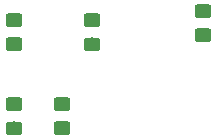
<source format=gbp>
G04 #@! TF.GenerationSoftware,KiCad,Pcbnew,5.0.1*
G04 #@! TF.CreationDate,2018-11-02T19:05:43-05:00*
G04 #@! TF.ProjectId,RDP-Environmental,5244502D456E7669726F6E6D656E7461,01*
G04 #@! TF.SameCoordinates,Original*
G04 #@! TF.FileFunction,Paste,Bot*
G04 #@! TF.FilePolarity,Positive*
%FSLAX46Y46*%
G04 Gerber Fmt 4.6, Leading zero omitted, Abs format (unit mm)*
G04 Created by KiCad (PCBNEW 5.0.1) date Fri 02 Nov 2018 07:05:43 PM CDT*
%MOMM*%
%LPD*%
G01*
G04 APERTURE LIST*
%ADD10C,0.100000*%
%ADD11C,1.150000*%
G04 APERTURE END LIST*
D10*
G04 #@! TO.C,R1*
G36*
X69562505Y-30151204D02*
X69586773Y-30154804D01*
X69610572Y-30160765D01*
X69633671Y-30169030D01*
X69655850Y-30179520D01*
X69676893Y-30192132D01*
X69696599Y-30206747D01*
X69714777Y-30223223D01*
X69731253Y-30241401D01*
X69745868Y-30261107D01*
X69758480Y-30282150D01*
X69768970Y-30304329D01*
X69777235Y-30327428D01*
X69783196Y-30351227D01*
X69786796Y-30375495D01*
X69788000Y-30399999D01*
X69788000Y-31050001D01*
X69786796Y-31074505D01*
X69783196Y-31098773D01*
X69777235Y-31122572D01*
X69768970Y-31145671D01*
X69758480Y-31167850D01*
X69745868Y-31188893D01*
X69731253Y-31208599D01*
X69714777Y-31226777D01*
X69696599Y-31243253D01*
X69676893Y-31257868D01*
X69655850Y-31270480D01*
X69633671Y-31280970D01*
X69610572Y-31289235D01*
X69586773Y-31295196D01*
X69562505Y-31298796D01*
X69538001Y-31300000D01*
X68637999Y-31300000D01*
X68613495Y-31298796D01*
X68589227Y-31295196D01*
X68565428Y-31289235D01*
X68542329Y-31280970D01*
X68520150Y-31270480D01*
X68499107Y-31257868D01*
X68479401Y-31243253D01*
X68461223Y-31226777D01*
X68444747Y-31208599D01*
X68430132Y-31188893D01*
X68417520Y-31167850D01*
X68407030Y-31145671D01*
X68398765Y-31122572D01*
X68392804Y-31098773D01*
X68389204Y-31074505D01*
X68388000Y-31050001D01*
X68388000Y-30399999D01*
X68389204Y-30375495D01*
X68392804Y-30351227D01*
X68398765Y-30327428D01*
X68407030Y-30304329D01*
X68417520Y-30282150D01*
X68430132Y-30261107D01*
X68444747Y-30241401D01*
X68461223Y-30223223D01*
X68479401Y-30206747D01*
X68499107Y-30192132D01*
X68520150Y-30179520D01*
X68542329Y-30169030D01*
X68565428Y-30160765D01*
X68589227Y-30154804D01*
X68613495Y-30151204D01*
X68637999Y-30150000D01*
X69538001Y-30150000D01*
X69562505Y-30151204D01*
X69562505Y-30151204D01*
G37*
D11*
X69088000Y-30725000D03*
D10*
G36*
X69562505Y-32201204D02*
X69586773Y-32204804D01*
X69610572Y-32210765D01*
X69633671Y-32219030D01*
X69655850Y-32229520D01*
X69676893Y-32242132D01*
X69696599Y-32256747D01*
X69714777Y-32273223D01*
X69731253Y-32291401D01*
X69745868Y-32311107D01*
X69758480Y-32332150D01*
X69768970Y-32354329D01*
X69777235Y-32377428D01*
X69783196Y-32401227D01*
X69786796Y-32425495D01*
X69788000Y-32449999D01*
X69788000Y-33100001D01*
X69786796Y-33124505D01*
X69783196Y-33148773D01*
X69777235Y-33172572D01*
X69768970Y-33195671D01*
X69758480Y-33217850D01*
X69745868Y-33238893D01*
X69731253Y-33258599D01*
X69714777Y-33276777D01*
X69696599Y-33293253D01*
X69676893Y-33307868D01*
X69655850Y-33320480D01*
X69633671Y-33330970D01*
X69610572Y-33339235D01*
X69586773Y-33345196D01*
X69562505Y-33348796D01*
X69538001Y-33350000D01*
X68637999Y-33350000D01*
X68613495Y-33348796D01*
X68589227Y-33345196D01*
X68565428Y-33339235D01*
X68542329Y-33330970D01*
X68520150Y-33320480D01*
X68499107Y-33307868D01*
X68479401Y-33293253D01*
X68461223Y-33276777D01*
X68444747Y-33258599D01*
X68430132Y-33238893D01*
X68417520Y-33217850D01*
X68407030Y-33195671D01*
X68398765Y-33172572D01*
X68392804Y-33148773D01*
X68389204Y-33124505D01*
X68388000Y-33100001D01*
X68388000Y-32449999D01*
X68389204Y-32425495D01*
X68392804Y-32401227D01*
X68398765Y-32377428D01*
X68407030Y-32354329D01*
X68417520Y-32332150D01*
X68430132Y-32311107D01*
X68444747Y-32291401D01*
X68461223Y-32273223D01*
X68479401Y-32256747D01*
X68499107Y-32242132D01*
X68520150Y-32229520D01*
X68542329Y-32219030D01*
X68565428Y-32210765D01*
X68589227Y-32204804D01*
X68613495Y-32201204D01*
X68637999Y-32200000D01*
X69538001Y-32200000D01*
X69562505Y-32201204D01*
X69562505Y-32201204D01*
G37*
D11*
X69088000Y-32775000D03*
G04 #@! TD*
D10*
G04 #@! TO.C,R2*
G36*
X76166505Y-32210204D02*
X76190773Y-32213804D01*
X76214572Y-32219765D01*
X76237671Y-32228030D01*
X76259850Y-32238520D01*
X76280893Y-32251132D01*
X76300599Y-32265747D01*
X76318777Y-32282223D01*
X76335253Y-32300401D01*
X76349868Y-32320107D01*
X76362480Y-32341150D01*
X76372970Y-32363329D01*
X76381235Y-32386428D01*
X76387196Y-32410227D01*
X76390796Y-32434495D01*
X76392000Y-32458999D01*
X76392000Y-33109001D01*
X76390796Y-33133505D01*
X76387196Y-33157773D01*
X76381235Y-33181572D01*
X76372970Y-33204671D01*
X76362480Y-33226850D01*
X76349868Y-33247893D01*
X76335253Y-33267599D01*
X76318777Y-33285777D01*
X76300599Y-33302253D01*
X76280893Y-33316868D01*
X76259850Y-33329480D01*
X76237671Y-33339970D01*
X76214572Y-33348235D01*
X76190773Y-33354196D01*
X76166505Y-33357796D01*
X76142001Y-33359000D01*
X75241999Y-33359000D01*
X75217495Y-33357796D01*
X75193227Y-33354196D01*
X75169428Y-33348235D01*
X75146329Y-33339970D01*
X75124150Y-33329480D01*
X75103107Y-33316868D01*
X75083401Y-33302253D01*
X75065223Y-33285777D01*
X75048747Y-33267599D01*
X75034132Y-33247893D01*
X75021520Y-33226850D01*
X75011030Y-33204671D01*
X75002765Y-33181572D01*
X74996804Y-33157773D01*
X74993204Y-33133505D01*
X74992000Y-33109001D01*
X74992000Y-32458999D01*
X74993204Y-32434495D01*
X74996804Y-32410227D01*
X75002765Y-32386428D01*
X75011030Y-32363329D01*
X75021520Y-32341150D01*
X75034132Y-32320107D01*
X75048747Y-32300401D01*
X75065223Y-32282223D01*
X75083401Y-32265747D01*
X75103107Y-32251132D01*
X75124150Y-32238520D01*
X75146329Y-32228030D01*
X75169428Y-32219765D01*
X75193227Y-32213804D01*
X75217495Y-32210204D01*
X75241999Y-32209000D01*
X76142001Y-32209000D01*
X76166505Y-32210204D01*
X76166505Y-32210204D01*
G37*
D11*
X75692000Y-32784000D03*
D10*
G36*
X76166910Y-30160202D02*
X76191135Y-30163795D01*
X76214891Y-30169746D01*
X76237949Y-30177996D01*
X76260087Y-30188467D01*
X76281093Y-30201057D01*
X76300763Y-30215645D01*
X76318908Y-30232092D01*
X76335355Y-30250237D01*
X76349943Y-30269907D01*
X76362533Y-30290913D01*
X76373004Y-30313051D01*
X76381254Y-30336109D01*
X76387205Y-30359865D01*
X76390798Y-30384090D01*
X76392000Y-30408550D01*
X76392000Y-31059450D01*
X76390798Y-31083910D01*
X76387205Y-31108135D01*
X76381254Y-31131891D01*
X76373004Y-31154949D01*
X76362533Y-31177087D01*
X76349943Y-31198093D01*
X76335355Y-31217763D01*
X76318908Y-31235908D01*
X76300763Y-31252355D01*
X76281093Y-31266943D01*
X76260087Y-31279533D01*
X76237949Y-31290004D01*
X76214891Y-31298254D01*
X76191135Y-31304205D01*
X76166910Y-31307798D01*
X76142450Y-31309000D01*
X75241550Y-31309000D01*
X75217090Y-31307798D01*
X75192865Y-31304205D01*
X75169109Y-31298254D01*
X75146051Y-31290004D01*
X75123913Y-31279533D01*
X75102907Y-31266943D01*
X75083237Y-31252355D01*
X75065092Y-31235908D01*
X75048645Y-31217763D01*
X75034057Y-31198093D01*
X75021467Y-31177087D01*
X75010996Y-31154949D01*
X75002746Y-31131891D01*
X74996795Y-31108135D01*
X74993202Y-31083910D01*
X74992000Y-31059450D01*
X74992000Y-30408550D01*
X74993202Y-30384090D01*
X74996795Y-30359865D01*
X75002746Y-30336109D01*
X75010996Y-30313051D01*
X75021467Y-30290913D01*
X75034057Y-30269907D01*
X75048645Y-30250237D01*
X75065092Y-30232092D01*
X75083237Y-30215645D01*
X75102907Y-30201057D01*
X75123913Y-30188467D01*
X75146051Y-30177996D01*
X75169109Y-30169746D01*
X75192865Y-30163795D01*
X75217090Y-30160202D01*
X75241550Y-30159000D01*
X76142450Y-30159000D01*
X76166910Y-30160202D01*
X76166910Y-30160202D01*
G37*
D11*
X75692000Y-30734000D03*
G04 #@! TD*
D10*
G04 #@! TO.C,R3*
G36*
X69562505Y-37272204D02*
X69586773Y-37275804D01*
X69610572Y-37281765D01*
X69633671Y-37290030D01*
X69655850Y-37300520D01*
X69676893Y-37313132D01*
X69696599Y-37327747D01*
X69714777Y-37344223D01*
X69731253Y-37362401D01*
X69745868Y-37382107D01*
X69758480Y-37403150D01*
X69768970Y-37425329D01*
X69777235Y-37448428D01*
X69783196Y-37472227D01*
X69786796Y-37496495D01*
X69788000Y-37520999D01*
X69788000Y-38171001D01*
X69786796Y-38195505D01*
X69783196Y-38219773D01*
X69777235Y-38243572D01*
X69768970Y-38266671D01*
X69758480Y-38288850D01*
X69745868Y-38309893D01*
X69731253Y-38329599D01*
X69714777Y-38347777D01*
X69696599Y-38364253D01*
X69676893Y-38378868D01*
X69655850Y-38391480D01*
X69633671Y-38401970D01*
X69610572Y-38410235D01*
X69586773Y-38416196D01*
X69562505Y-38419796D01*
X69538001Y-38421000D01*
X68637999Y-38421000D01*
X68613495Y-38419796D01*
X68589227Y-38416196D01*
X68565428Y-38410235D01*
X68542329Y-38401970D01*
X68520150Y-38391480D01*
X68499107Y-38378868D01*
X68479401Y-38364253D01*
X68461223Y-38347777D01*
X68444747Y-38329599D01*
X68430132Y-38309893D01*
X68417520Y-38288850D01*
X68407030Y-38266671D01*
X68398765Y-38243572D01*
X68392804Y-38219773D01*
X68389204Y-38195505D01*
X68388000Y-38171001D01*
X68388000Y-37520999D01*
X68389204Y-37496495D01*
X68392804Y-37472227D01*
X68398765Y-37448428D01*
X68407030Y-37425329D01*
X68417520Y-37403150D01*
X68430132Y-37382107D01*
X68444747Y-37362401D01*
X68461223Y-37344223D01*
X68479401Y-37327747D01*
X68499107Y-37313132D01*
X68520150Y-37300520D01*
X68542329Y-37290030D01*
X68565428Y-37281765D01*
X68589227Y-37275804D01*
X68613495Y-37272204D01*
X68637999Y-37271000D01*
X69538001Y-37271000D01*
X69562505Y-37272204D01*
X69562505Y-37272204D01*
G37*
D11*
X69088000Y-37846000D03*
D10*
G36*
X69562505Y-39322204D02*
X69586773Y-39325804D01*
X69610572Y-39331765D01*
X69633671Y-39340030D01*
X69655850Y-39350520D01*
X69676893Y-39363132D01*
X69696599Y-39377747D01*
X69714777Y-39394223D01*
X69731253Y-39412401D01*
X69745868Y-39432107D01*
X69758480Y-39453150D01*
X69768970Y-39475329D01*
X69777235Y-39498428D01*
X69783196Y-39522227D01*
X69786796Y-39546495D01*
X69788000Y-39570999D01*
X69788000Y-40221001D01*
X69786796Y-40245505D01*
X69783196Y-40269773D01*
X69777235Y-40293572D01*
X69768970Y-40316671D01*
X69758480Y-40338850D01*
X69745868Y-40359893D01*
X69731253Y-40379599D01*
X69714777Y-40397777D01*
X69696599Y-40414253D01*
X69676893Y-40428868D01*
X69655850Y-40441480D01*
X69633671Y-40451970D01*
X69610572Y-40460235D01*
X69586773Y-40466196D01*
X69562505Y-40469796D01*
X69538001Y-40471000D01*
X68637999Y-40471000D01*
X68613495Y-40469796D01*
X68589227Y-40466196D01*
X68565428Y-40460235D01*
X68542329Y-40451970D01*
X68520150Y-40441480D01*
X68499107Y-40428868D01*
X68479401Y-40414253D01*
X68461223Y-40397777D01*
X68444747Y-40379599D01*
X68430132Y-40359893D01*
X68417520Y-40338850D01*
X68407030Y-40316671D01*
X68398765Y-40293572D01*
X68392804Y-40269773D01*
X68389204Y-40245505D01*
X68388000Y-40221001D01*
X68388000Y-39570999D01*
X68389204Y-39546495D01*
X68392804Y-39522227D01*
X68398765Y-39498428D01*
X68407030Y-39475329D01*
X68417520Y-39453150D01*
X68430132Y-39432107D01*
X68444747Y-39412401D01*
X68461223Y-39394223D01*
X68479401Y-39377747D01*
X68499107Y-39363132D01*
X68520150Y-39350520D01*
X68542329Y-39340030D01*
X68565428Y-39331765D01*
X68589227Y-39325804D01*
X68613495Y-39322204D01*
X68637999Y-39321000D01*
X69538001Y-39321000D01*
X69562505Y-39322204D01*
X69562505Y-39322204D01*
G37*
D11*
X69088000Y-39896000D03*
G04 #@! TD*
D10*
G04 #@! TO.C,R4*
G36*
X73626505Y-39313204D02*
X73650773Y-39316804D01*
X73674572Y-39322765D01*
X73697671Y-39331030D01*
X73719850Y-39341520D01*
X73740893Y-39354132D01*
X73760599Y-39368747D01*
X73778777Y-39385223D01*
X73795253Y-39403401D01*
X73809868Y-39423107D01*
X73822480Y-39444150D01*
X73832970Y-39466329D01*
X73841235Y-39489428D01*
X73847196Y-39513227D01*
X73850796Y-39537495D01*
X73852000Y-39561999D01*
X73852000Y-40212001D01*
X73850796Y-40236505D01*
X73847196Y-40260773D01*
X73841235Y-40284572D01*
X73832970Y-40307671D01*
X73822480Y-40329850D01*
X73809868Y-40350893D01*
X73795253Y-40370599D01*
X73778777Y-40388777D01*
X73760599Y-40405253D01*
X73740893Y-40419868D01*
X73719850Y-40432480D01*
X73697671Y-40442970D01*
X73674572Y-40451235D01*
X73650773Y-40457196D01*
X73626505Y-40460796D01*
X73602001Y-40462000D01*
X72701999Y-40462000D01*
X72677495Y-40460796D01*
X72653227Y-40457196D01*
X72629428Y-40451235D01*
X72606329Y-40442970D01*
X72584150Y-40432480D01*
X72563107Y-40419868D01*
X72543401Y-40405253D01*
X72525223Y-40388777D01*
X72508747Y-40370599D01*
X72494132Y-40350893D01*
X72481520Y-40329850D01*
X72471030Y-40307671D01*
X72462765Y-40284572D01*
X72456804Y-40260773D01*
X72453204Y-40236505D01*
X72452000Y-40212001D01*
X72452000Y-39561999D01*
X72453204Y-39537495D01*
X72456804Y-39513227D01*
X72462765Y-39489428D01*
X72471030Y-39466329D01*
X72481520Y-39444150D01*
X72494132Y-39423107D01*
X72508747Y-39403401D01*
X72525223Y-39385223D01*
X72543401Y-39368747D01*
X72563107Y-39354132D01*
X72584150Y-39341520D01*
X72606329Y-39331030D01*
X72629428Y-39322765D01*
X72653227Y-39316804D01*
X72677495Y-39313204D01*
X72701999Y-39312000D01*
X73602001Y-39312000D01*
X73626505Y-39313204D01*
X73626505Y-39313204D01*
G37*
D11*
X73152000Y-39887000D03*
D10*
G36*
X73626505Y-37263204D02*
X73650773Y-37266804D01*
X73674572Y-37272765D01*
X73697671Y-37281030D01*
X73719850Y-37291520D01*
X73740893Y-37304132D01*
X73760599Y-37318747D01*
X73778777Y-37335223D01*
X73795253Y-37353401D01*
X73809868Y-37373107D01*
X73822480Y-37394150D01*
X73832970Y-37416329D01*
X73841235Y-37439428D01*
X73847196Y-37463227D01*
X73850796Y-37487495D01*
X73852000Y-37511999D01*
X73852000Y-38162001D01*
X73850796Y-38186505D01*
X73847196Y-38210773D01*
X73841235Y-38234572D01*
X73832970Y-38257671D01*
X73822480Y-38279850D01*
X73809868Y-38300893D01*
X73795253Y-38320599D01*
X73778777Y-38338777D01*
X73760599Y-38355253D01*
X73740893Y-38369868D01*
X73719850Y-38382480D01*
X73697671Y-38392970D01*
X73674572Y-38401235D01*
X73650773Y-38407196D01*
X73626505Y-38410796D01*
X73602001Y-38412000D01*
X72701999Y-38412000D01*
X72677495Y-38410796D01*
X72653227Y-38407196D01*
X72629428Y-38401235D01*
X72606329Y-38392970D01*
X72584150Y-38382480D01*
X72563107Y-38369868D01*
X72543401Y-38355253D01*
X72525223Y-38338777D01*
X72508747Y-38320599D01*
X72494132Y-38300893D01*
X72481520Y-38279850D01*
X72471030Y-38257671D01*
X72462765Y-38234572D01*
X72456804Y-38210773D01*
X72453204Y-38186505D01*
X72452000Y-38162001D01*
X72452000Y-37511999D01*
X72453204Y-37487495D01*
X72456804Y-37463227D01*
X72462765Y-37439428D01*
X72471030Y-37416329D01*
X72481520Y-37394150D01*
X72494132Y-37373107D01*
X72508747Y-37353401D01*
X72525223Y-37335223D01*
X72543401Y-37318747D01*
X72563107Y-37304132D01*
X72584150Y-37291520D01*
X72606329Y-37281030D01*
X72629428Y-37272765D01*
X72653227Y-37266804D01*
X72677495Y-37263204D01*
X72701999Y-37262000D01*
X73602001Y-37262000D01*
X73626505Y-37263204D01*
X73626505Y-37263204D01*
G37*
D11*
X73152000Y-37837000D03*
G04 #@! TD*
D10*
G04 #@! TO.C,R8*
G36*
X85564505Y-31439204D02*
X85588773Y-31442804D01*
X85612572Y-31448765D01*
X85635671Y-31457030D01*
X85657850Y-31467520D01*
X85678893Y-31480132D01*
X85698599Y-31494747D01*
X85716777Y-31511223D01*
X85733253Y-31529401D01*
X85747868Y-31549107D01*
X85760480Y-31570150D01*
X85770970Y-31592329D01*
X85779235Y-31615428D01*
X85785196Y-31639227D01*
X85788796Y-31663495D01*
X85790000Y-31687999D01*
X85790000Y-32338001D01*
X85788796Y-32362505D01*
X85785196Y-32386773D01*
X85779235Y-32410572D01*
X85770970Y-32433671D01*
X85760480Y-32455850D01*
X85747868Y-32476893D01*
X85733253Y-32496599D01*
X85716777Y-32514777D01*
X85698599Y-32531253D01*
X85678893Y-32545868D01*
X85657850Y-32558480D01*
X85635671Y-32568970D01*
X85612572Y-32577235D01*
X85588773Y-32583196D01*
X85564505Y-32586796D01*
X85540001Y-32588000D01*
X84639999Y-32588000D01*
X84615495Y-32586796D01*
X84591227Y-32583196D01*
X84567428Y-32577235D01*
X84544329Y-32568970D01*
X84522150Y-32558480D01*
X84501107Y-32545868D01*
X84481401Y-32531253D01*
X84463223Y-32514777D01*
X84446747Y-32496599D01*
X84432132Y-32476893D01*
X84419520Y-32455850D01*
X84409030Y-32433671D01*
X84400765Y-32410572D01*
X84394804Y-32386773D01*
X84391204Y-32362505D01*
X84390000Y-32338001D01*
X84390000Y-31687999D01*
X84391204Y-31663495D01*
X84394804Y-31639227D01*
X84400765Y-31615428D01*
X84409030Y-31592329D01*
X84419520Y-31570150D01*
X84432132Y-31549107D01*
X84446747Y-31529401D01*
X84463223Y-31511223D01*
X84481401Y-31494747D01*
X84501107Y-31480132D01*
X84522150Y-31467520D01*
X84544329Y-31457030D01*
X84567428Y-31448765D01*
X84591227Y-31442804D01*
X84615495Y-31439204D01*
X84639999Y-31438000D01*
X85540001Y-31438000D01*
X85564505Y-31439204D01*
X85564505Y-31439204D01*
G37*
D11*
X85090000Y-32013000D03*
D10*
G36*
X85564505Y-29389204D02*
X85588773Y-29392804D01*
X85612572Y-29398765D01*
X85635671Y-29407030D01*
X85657850Y-29417520D01*
X85678893Y-29430132D01*
X85698599Y-29444747D01*
X85716777Y-29461223D01*
X85733253Y-29479401D01*
X85747868Y-29499107D01*
X85760480Y-29520150D01*
X85770970Y-29542329D01*
X85779235Y-29565428D01*
X85785196Y-29589227D01*
X85788796Y-29613495D01*
X85790000Y-29637999D01*
X85790000Y-30288001D01*
X85788796Y-30312505D01*
X85785196Y-30336773D01*
X85779235Y-30360572D01*
X85770970Y-30383671D01*
X85760480Y-30405850D01*
X85747868Y-30426893D01*
X85733253Y-30446599D01*
X85716777Y-30464777D01*
X85698599Y-30481253D01*
X85678893Y-30495868D01*
X85657850Y-30508480D01*
X85635671Y-30518970D01*
X85612572Y-30527235D01*
X85588773Y-30533196D01*
X85564505Y-30536796D01*
X85540001Y-30538000D01*
X84639999Y-30538000D01*
X84615495Y-30536796D01*
X84591227Y-30533196D01*
X84567428Y-30527235D01*
X84544329Y-30518970D01*
X84522150Y-30508480D01*
X84501107Y-30495868D01*
X84481401Y-30481253D01*
X84463223Y-30464777D01*
X84446747Y-30446599D01*
X84432132Y-30426893D01*
X84419520Y-30405850D01*
X84409030Y-30383671D01*
X84400765Y-30360572D01*
X84394804Y-30336773D01*
X84391204Y-30312505D01*
X84390000Y-30288001D01*
X84390000Y-29637999D01*
X84391204Y-29613495D01*
X84394804Y-29589227D01*
X84400765Y-29565428D01*
X84409030Y-29542329D01*
X84419520Y-29520150D01*
X84432132Y-29499107D01*
X84446747Y-29479401D01*
X84463223Y-29461223D01*
X84481401Y-29444747D01*
X84501107Y-29430132D01*
X84522150Y-29417520D01*
X84544329Y-29407030D01*
X84567428Y-29398765D01*
X84591227Y-29392804D01*
X84615495Y-29389204D01*
X84639999Y-29388000D01*
X85540001Y-29388000D01*
X85564505Y-29389204D01*
X85564505Y-29389204D01*
G37*
D11*
X85090000Y-29963000D03*
G04 #@! TD*
M02*

</source>
